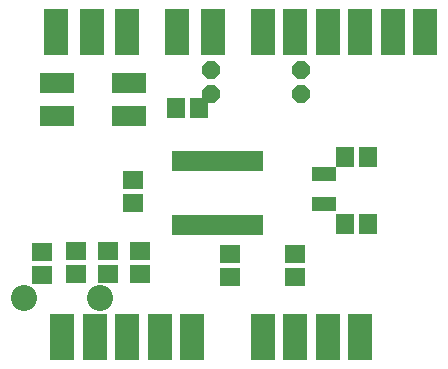
<source format=gbr>
G04 EAGLE Gerber RS-274X export*
G75*
%MOMM*%
%FSLAX34Y34*%
%LPD*%
%INSoldermask Top*%
%IPPOS*%
%AMOC8*
5,1,8,0,0,1.08239X$1,22.5*%
G01*
%ADD10R,1.503200X1.703200*%
%ADD11R,2.903200X1.803200*%
%ADD12R,1.703200X1.503200*%
%ADD13R,0.638200X1.703200*%
%ADD14R,2.003200X1.203200*%
%ADD15P,1.649562X8X22.500000*%
%ADD16R,2.133600X4.013200*%
%ADD17C,2.203200*%


D10*
X370800Y240600D03*
X351800Y240600D03*
X494900Y199700D03*
X513900Y199700D03*
D11*
X311300Y234400D03*
X311300Y262400D03*
X250300Y233900D03*
X250300Y261900D03*
D12*
X238400Y118800D03*
X238400Y99800D03*
X397000Y98000D03*
X397000Y117000D03*
X452100Y98000D03*
X452100Y117000D03*
X315300Y160900D03*
X315300Y179900D03*
D10*
X494900Y142700D03*
X513900Y142700D03*
D13*
X351780Y142300D03*
X358120Y142300D03*
X364480Y142300D03*
X370820Y142300D03*
X377180Y142300D03*
X383520Y142300D03*
X389880Y142300D03*
X396220Y142300D03*
X402580Y142300D03*
X408920Y142300D03*
X415280Y142300D03*
X421620Y142300D03*
X421620Y196300D03*
X415280Y196300D03*
X408920Y196300D03*
X402580Y196300D03*
X396220Y196300D03*
X389880Y196300D03*
X383520Y196300D03*
X377180Y196300D03*
X370820Y196300D03*
X364480Y196300D03*
X358120Y196300D03*
X351780Y196300D03*
D14*
X477000Y160000D03*
X477000Y185000D03*
D12*
X267100Y100500D03*
X267100Y119500D03*
X294100Y100500D03*
X294100Y119500D03*
X320600Y100500D03*
X320600Y119500D03*
D15*
X381300Y273500D03*
X457500Y273500D03*
X381300Y253000D03*
X457500Y253000D03*
D16*
X255000Y47500D03*
X282500Y47500D03*
X310000Y47500D03*
X337500Y47500D03*
X365000Y47500D03*
X425000Y47500D03*
X452500Y47500D03*
X480000Y47500D03*
X507500Y47500D03*
X382500Y305000D03*
X352500Y305000D03*
X250000Y305000D03*
X280000Y305000D03*
X310000Y305000D03*
X425000Y305000D03*
X452500Y305000D03*
X480000Y305000D03*
X507500Y305000D03*
X535000Y305000D03*
X562500Y305000D03*
D17*
X287500Y80000D03*
X222500Y80000D03*
M02*

</source>
